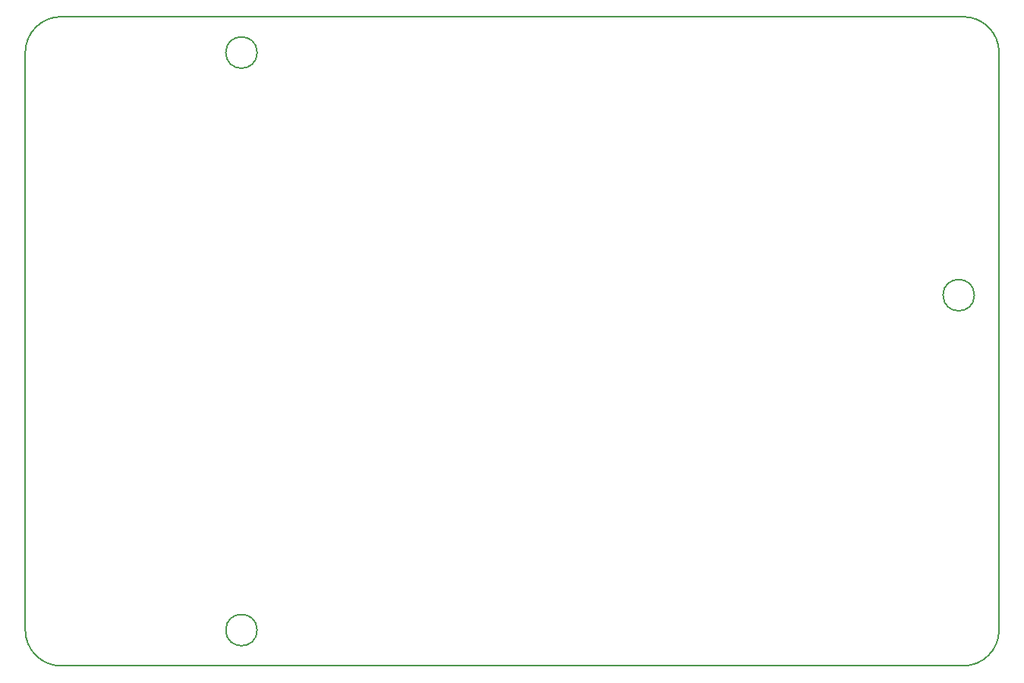
<source format=gbr>
%TF.GenerationSoftware,KiCad,Pcbnew,8.0.2*%
%TF.CreationDate,2024-05-19T12:28:56+02:00*%
%TF.ProjectId,CM4_NAS,434d345f-4e41-4532-9e6b-696361645f70,rev?*%
%TF.SameCoordinates,Original*%
%TF.FileFunction,Profile,NP*%
%FSLAX46Y46*%
G04 Gerber Fmt 4.6, Leading zero omitted, Abs format (unit mm)*
G04 Created by KiCad (PCBNEW 8.0.2) date 2024-05-19 12:28:56*
%MOMM*%
%LPD*%
G01*
G04 APERTURE LIST*
%TA.AperFunction,Profile*%
%ADD10C,0.200000*%
%TD*%
G04 APERTURE END LIST*
D10*
X178560000Y-137799999D02*
G75*
G02*
X174559999Y-141800000I-4000000J-1D01*
G01*
X73948427Y-141800000D02*
X174559999Y-141800000D01*
X174559999Y-69300000D02*
X73948427Y-69300000D01*
X73948427Y-141800000D02*
G75*
G02*
X69948400Y-137800000I-27J4000000D01*
G01*
X178560000Y-137799999D02*
X178559999Y-73300000D01*
X69948426Y-73299999D02*
X69948426Y-137799999D01*
X95810000Y-73300000D02*
G75*
G02*
X92310000Y-73300000I-1750000J0D01*
G01*
X92310000Y-73300000D02*
G75*
G02*
X95810000Y-73300000I1750000J0D01*
G01*
X69948426Y-73299999D02*
G75*
G02*
X73948427Y-69300026I3999974J-1D01*
G01*
X175809999Y-100400001D02*
G75*
G02*
X172309999Y-100400001I-1750000J0D01*
G01*
X172309999Y-100400001D02*
G75*
G02*
X175809999Y-100400001I1750000J0D01*
G01*
X174559999Y-69300000D02*
G75*
G02*
X178560000Y-73300000I1J-4000000D01*
G01*
X95810001Y-137800000D02*
G75*
G02*
X92310001Y-137800000I-1750000J0D01*
G01*
X92310001Y-137800000D02*
G75*
G02*
X95810001Y-137800000I1750000J0D01*
G01*
M02*

</source>
